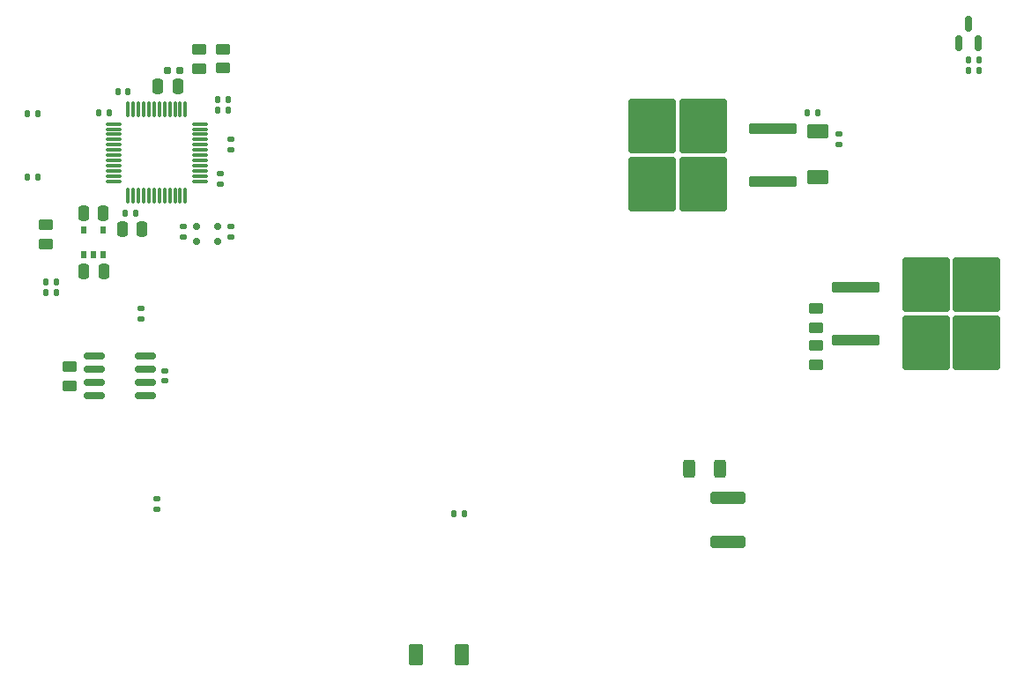
<source format=gbp>
G04 #@! TF.GenerationSoftware,KiCad,Pcbnew,8.0.3*
G04 #@! TF.CreationDate,2024-08-23T22:21:50+02:00*
G04 #@! TF.ProjectId,temp_power_management,74656d70-5f70-46f7-9765-725f6d616e61,rev?*
G04 #@! TF.SameCoordinates,Original*
G04 #@! TF.FileFunction,Paste,Bot*
G04 #@! TF.FilePolarity,Positive*
%FSLAX46Y46*%
G04 Gerber Fmt 4.6, Leading zero omitted, Abs format (unit mm)*
G04 Created by KiCad (PCBNEW 8.0.3) date 2024-08-23 22:21:50*
%MOMM*%
%LPD*%
G01*
G04 APERTURE LIST*
G04 Aperture macros list*
%AMRoundRect*
0 Rectangle with rounded corners*
0 $1 Rounding radius*
0 $2 $3 $4 $5 $6 $7 $8 $9 X,Y pos of 4 corners*
0 Add a 4 corners polygon primitive as box body*
4,1,4,$2,$3,$4,$5,$6,$7,$8,$9,$2,$3,0*
0 Add four circle primitives for the rounded corners*
1,1,$1+$1,$2,$3*
1,1,$1+$1,$4,$5*
1,1,$1+$1,$6,$7*
1,1,$1+$1,$8,$9*
0 Add four rect primitives between the rounded corners*
20,1,$1+$1,$2,$3,$4,$5,0*
20,1,$1+$1,$4,$5,$6,$7,0*
20,1,$1+$1,$6,$7,$8,$9,0*
20,1,$1+$1,$8,$9,$2,$3,0*%
G04 Aperture macros list end*
%ADD10RoundRect,0.160000X-0.197500X-0.160000X0.197500X-0.160000X0.197500X0.160000X-0.197500X0.160000X0*%
%ADD11RoundRect,0.135000X-0.185000X0.135000X-0.185000X-0.135000X0.185000X-0.135000X0.185000X0.135000X0*%
%ADD12RoundRect,0.135000X-0.135000X-0.185000X0.135000X-0.185000X0.135000X0.185000X-0.135000X0.185000X0*%
%ADD13RoundRect,0.135000X0.135000X0.185000X-0.135000X0.185000X-0.135000X-0.185000X0.135000X-0.185000X0*%
%ADD14RoundRect,0.250000X0.450000X-0.262500X0.450000X0.262500X-0.450000X0.262500X-0.450000X-0.262500X0*%
%ADD15RoundRect,0.150000X0.150000X-0.587500X0.150000X0.587500X-0.150000X0.587500X-0.150000X-0.587500X0*%
%ADD16RoundRect,0.150000X0.200000X-0.150000X0.200000X0.150000X-0.200000X0.150000X-0.200000X-0.150000X0*%
%ADD17RoundRect,0.250000X0.250000X0.475000X-0.250000X0.475000X-0.250000X-0.475000X0.250000X-0.475000X0*%
%ADD18RoundRect,0.250000X-0.450000X0.262500X-0.450000X-0.262500X0.450000X-0.262500X0.450000X0.262500X0*%
%ADD19RoundRect,0.250000X-2.050000X-0.300000X2.050000X-0.300000X2.050000X0.300000X-2.050000X0.300000X0*%
%ADD20RoundRect,0.250000X-2.025000X-2.375000X2.025000X-2.375000X2.025000X2.375000X-2.025000X2.375000X0*%
%ADD21RoundRect,0.135000X0.185000X-0.135000X0.185000X0.135000X-0.185000X0.135000X-0.185000X-0.135000X0*%
%ADD22RoundRect,0.140000X-0.140000X-0.170000X0.140000X-0.170000X0.140000X0.170000X-0.140000X0.170000X0*%
%ADD23RoundRect,0.250000X1.450000X-0.312500X1.450000X0.312500X-1.450000X0.312500X-1.450000X-0.312500X0*%
%ADD24RoundRect,0.140000X0.170000X-0.140000X0.170000X0.140000X-0.170000X0.140000X-0.170000X-0.140000X0*%
%ADD25RoundRect,0.140000X-0.170000X0.140000X-0.170000X-0.140000X0.170000X-0.140000X0.170000X0.140000X0*%
%ADD26RoundRect,0.140000X0.140000X0.170000X-0.140000X0.170000X-0.140000X-0.170000X0.140000X-0.170000X0*%
%ADD27R,0.510000X0.700000*%
%ADD28RoundRect,0.250000X-0.250000X-0.475000X0.250000X-0.475000X0.250000X0.475000X-0.250000X0.475000X0*%
%ADD29RoundRect,0.250000X0.800000X-0.450000X0.800000X0.450000X-0.800000X0.450000X-0.800000X-0.450000X0*%
%ADD30RoundRect,0.150000X0.825000X0.150000X-0.825000X0.150000X-0.825000X-0.150000X0.825000X-0.150000X0*%
%ADD31RoundRect,0.250000X0.450000X0.800000X-0.450000X0.800000X-0.450000X-0.800000X0.450000X-0.800000X0*%
%ADD32RoundRect,0.250000X2.050000X0.300000X-2.050000X0.300000X-2.050000X-0.300000X2.050000X-0.300000X0*%
%ADD33RoundRect,0.250000X2.025000X2.375000X-2.025000X2.375000X-2.025000X-2.375000X2.025000X-2.375000X0*%
%ADD34RoundRect,0.250000X-0.312500X-0.625000X0.312500X-0.625000X0.312500X0.625000X-0.312500X0.625000X0*%
%ADD35RoundRect,0.075000X-0.075000X0.662500X-0.075000X-0.662500X0.075000X-0.662500X0.075000X0.662500X0*%
%ADD36RoundRect,0.075000X-0.662500X0.075000X-0.662500X-0.075000X0.662500X-0.075000X0.662500X0.075000X0*%
G04 APERTURE END LIST*
D10*
X116586000Y-67818000D03*
X117781000Y-67818000D03*
D11*
X181102000Y-73910000D03*
X181102000Y-74930000D03*
D12*
X121408000Y-71628000D03*
X122428000Y-71628000D03*
D13*
X122426000Y-70612000D03*
X121406000Y-70612000D03*
X105920000Y-88138000D03*
X104900000Y-88138000D03*
D12*
X104900000Y-89154000D03*
X105920000Y-89154000D03*
D14*
X119634000Y-67611000D03*
X119634000Y-65786000D03*
X121920000Y-67564000D03*
X121920000Y-65739000D03*
D15*
X194498000Y-65199500D03*
X192598000Y-65199500D03*
X193548000Y-63324500D03*
D12*
X103122000Y-78008000D03*
X104142000Y-78008000D03*
D14*
X104902000Y-84478500D03*
X104902000Y-82653500D03*
D16*
X119380000Y-82804000D03*
X119380000Y-84204000D03*
D17*
X117602000Y-69342000D03*
X115702000Y-69342000D03*
D12*
X103120000Y-71912000D03*
X104140000Y-71912000D03*
D18*
X178925000Y-90678000D03*
X178925000Y-92503000D03*
D19*
X182735000Y-93726000D03*
D20*
X189460000Y-93961000D03*
X189460000Y-88411000D03*
X194310000Y-93961000D03*
X194310000Y-88411000D03*
D19*
X182735000Y-88646000D03*
D21*
X122682000Y-83822000D03*
X122682000Y-82802000D03*
D22*
X112550000Y-81534000D03*
X113510000Y-81534000D03*
D23*
X170434000Y-108860500D03*
X170434000Y-113135500D03*
D17*
X110424000Y-81534000D03*
X108524000Y-81534000D03*
D24*
X121666000Y-78712000D03*
X121666000Y-77752000D03*
D16*
X121412000Y-82804000D03*
X121412000Y-84204000D03*
D25*
X114046000Y-90706000D03*
X114046000Y-91666000D03*
D11*
X122682000Y-74420000D03*
X122682000Y-75440000D03*
X115570000Y-108966000D03*
X115570000Y-109986000D03*
D18*
X107188000Y-96266000D03*
X107188000Y-98091000D03*
D26*
X110970000Y-71882000D03*
X110010000Y-71882000D03*
D27*
X110424000Y-85488000D03*
X109474000Y-85488000D03*
X108524000Y-85488000D03*
X108524000Y-83168000D03*
X110424000Y-83168000D03*
D13*
X194564000Y-67818000D03*
X193544000Y-67818000D03*
D12*
X193544000Y-66802000D03*
X194564000Y-66802000D03*
D17*
X110490000Y-87122000D03*
X108590000Y-87122000D03*
D28*
X112268000Y-83058000D03*
X114168000Y-83058000D03*
D29*
X179070000Y-78060000D03*
X179070000Y-73660000D03*
D30*
X114489000Y-95250000D03*
X114489000Y-96520000D03*
X114489000Y-97790000D03*
X114489000Y-99060000D03*
X109539000Y-99060000D03*
X109539000Y-97790000D03*
X109539000Y-96520000D03*
X109539000Y-95250000D03*
D26*
X112776000Y-69850000D03*
X111816000Y-69850000D03*
D31*
X144862000Y-123952000D03*
X140462000Y-123952000D03*
D18*
X178925000Y-94234000D03*
X178925000Y-96059000D03*
D12*
X144080000Y-110420000D03*
X145100000Y-110420000D03*
D32*
X174758000Y-73406000D03*
D33*
X168033000Y-73171000D03*
X168033000Y-78721000D03*
X163183000Y-73171000D03*
X163183000Y-78721000D03*
D32*
X174758000Y-78486000D03*
D12*
X178050000Y-71882000D03*
X179070000Y-71882000D03*
D25*
X116332000Y-96672740D03*
X116332000Y-97632740D03*
D34*
X169672000Y-106066500D03*
X166747000Y-106066500D03*
D35*
X112820000Y-71529500D03*
X113320000Y-71529500D03*
X113820000Y-71529500D03*
X114320000Y-71529500D03*
X114820000Y-71529500D03*
X115320000Y-71529500D03*
X115820000Y-71529500D03*
X116320000Y-71529500D03*
X116820000Y-71529500D03*
X117320000Y-71529500D03*
X117820000Y-71529500D03*
X118320000Y-71529500D03*
D36*
X119732500Y-72942000D03*
X119732500Y-73442000D03*
X119732500Y-73942000D03*
X119732500Y-74442000D03*
X119732500Y-74942000D03*
X119732500Y-75442000D03*
X119732500Y-75942000D03*
X119732500Y-76442000D03*
X119732500Y-76942000D03*
X119732500Y-77442000D03*
X119732500Y-77942000D03*
X119732500Y-78442000D03*
D35*
X118320000Y-79854500D03*
X117820000Y-79854500D03*
X117320000Y-79854500D03*
X116820000Y-79854500D03*
X116320000Y-79854500D03*
X115820000Y-79854500D03*
X115320000Y-79854500D03*
X114820000Y-79854500D03*
X114320000Y-79854500D03*
X113820000Y-79854500D03*
X113320000Y-79854500D03*
X112820000Y-79854500D03*
D36*
X111407500Y-78442000D03*
X111407500Y-77942000D03*
X111407500Y-77442000D03*
X111407500Y-76942000D03*
X111407500Y-76442000D03*
X111407500Y-75942000D03*
X111407500Y-75442000D03*
X111407500Y-74942000D03*
X111407500Y-74442000D03*
X111407500Y-73942000D03*
X111407500Y-73442000D03*
X111407500Y-72942000D03*
D21*
X118110000Y-83824000D03*
X118110000Y-82804000D03*
M02*

</source>
